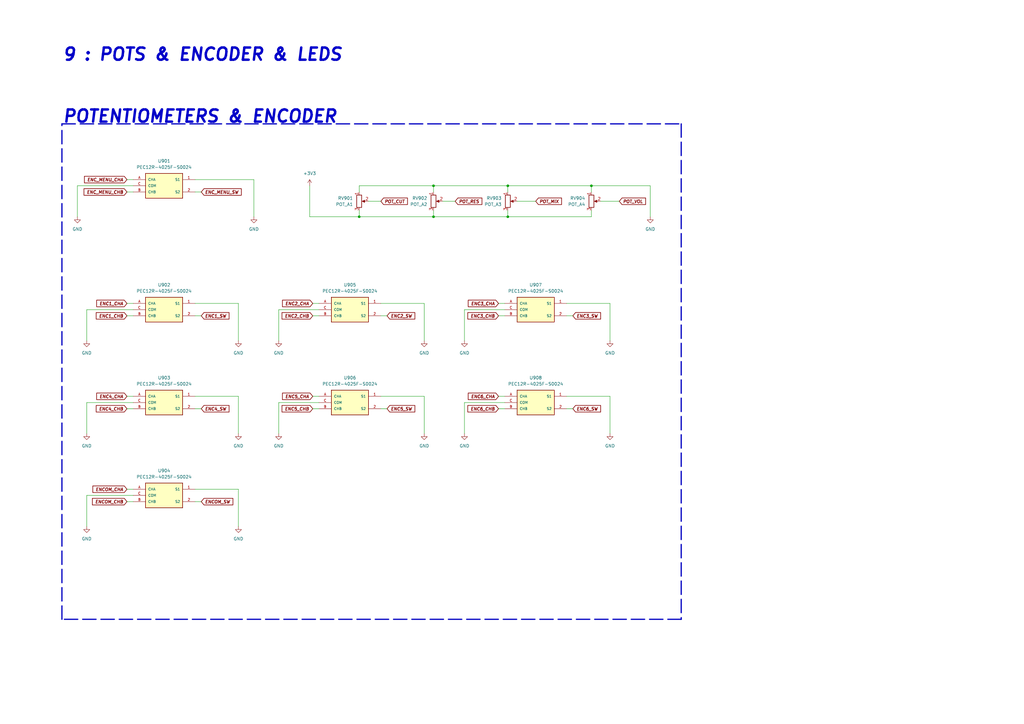
<source format=kicad_sch>
(kicad_sch (version 20211123) (generator eeschema)
  (paper "A3")
  (lib_symbols
    (symbol "MY ENCODER LIBRARY:PEC12R-4025F-S0024" (pin_names (offset 1.016))
      (property "Reference" "U" (at -7.6248 5.3374 0))
      (property "Value" "PEC12R-4025F-S0024" (at -7.1122 -6.8582 0))
      (symbol "PEC12R-4025F-S0024_0_0"
        (rectangle (start -7.62 -5.08) (end 7.62 5.08) (stroke (width 0.254)) (fill (type background)))
        (pin passive line (at 12.7 2.54 180) (length 5.08) (name "S1") (number "1"))
        (pin passive line (at 12.7 -2.54 180) (length 5.08) (name "S2") (number "2"))
        (pin bidirectional line (at -12.7 2.54 0) (length 5.08) (name "CHA") (number "A"))
        (pin bidirectional line (at -12.7 -2.54 0) (length 5.08) (name "CHB") (number "B"))
        (pin bidirectional line (at -12.7 0 0) (length 5.08) (name "COM") (number "C"))
      )
    )
    (symbol "MY POTENTIOMETER LIBRARY:RK09D1130C2P" (pin_names (offset 1.016) hide)
      (property "Reference" "RV" (at -4.445 0 90))
      (property "Value" "RK09D1130C2P" (at -2.54 0 90))
      (symbol "RK09D1130C2P_0_1"
        (polyline (pts (xy 2.54 0) (xy 1.524 0)))
        (polyline (pts (xy 1.143 0) (xy 2.286 0.508) (xy 2.286 -0.508) (xy 1.143 0)) (fill (type outline)))
        (rectangle (start 1.016 2.54) (end -1.016 -2.54) (stroke (width 0.254)))
      )
      (symbol "RK09D1130C2P_1_1"
        (pin passive line (at 0 3.81 270) (length 1.27) (name "1") (number "1"))
        (pin passive line (at 3.81 0 180) (length 1.27) (name "2") (number "2"))
        (pin passive line (at 0 -3.81 90) (length 1.27) (name "3") (number "3"))
      )
    )
    (symbol "power:+3V3" (power) (pin_names (offset 0))
      (property "Value" "+3V3" (at 0 3.556 0))
      (symbol "+3V3_0_1"
        (polyline (pts (xy -0.762 1.27) (xy 0 2.54)))
        (polyline (pts (xy 0 0) (xy 0 2.54)))
        (polyline (pts (xy 0 2.54) (xy 0.762 1.27)))
      )
      (symbol "+3V3_1_1"
        (pin power_in line (at 0 0 90) (length 0) hide (name "+3V3") (number "1"))
      )
    )
    (symbol "power:GND" (power) (pin_names (offset 0))
      (property "Value" "GND" (at 0 -3.81 0))
      (symbol "GND_0_1"
        (polyline (pts (xy 0 0) (xy 0 -1.27) (xy 1.27 -1.27) (xy 0 -2.54) (xy -1.27 -1.27) (xy 0 -1.27)))
      )
      (symbol "GND_1_1"
        (pin power_in line (at 0 0 270) (length 0) hide (name "GND") (number "1"))
      )
    )
  )
  (junction (at 208.28 88.9))
  (junction (at 208.28 76.2))
  (junction (at 147.32 88.9))
  (junction (at 177.8 88.9))
  (junction (at 177.8 76.2))
  (junction (at 242.57 76.2))
  (wire (pts (xy 190.5 127) (xy 190.5 139.7)))
  (wire (pts (xy 190.5 165.1) (xy 190.5 177.8)))
  (wire (pts (xy 127 88.9) (xy 147.32 88.9)))
  (wire (pts (xy 207.01 127) (xy 190.5 127)))
  (wire (pts (xy 177.8 88.9) (xy 208.28 88.9)))
  (wire (pts (xy 97.79 124.46) (xy 97.79 139.7)))
  (wire (pts (xy 242.57 76.2) (xy 242.57 78.74)))
  (wire (pts (xy 80.01 129.54) (xy 82.55 129.54)))
  (wire (pts (xy 130.81 127) (xy 114.3 127)))
  (polyline (pts (xy 279.4 50.8) (xy 279.4 254)) (stroke (width 0.5)))
  (wire (pts (xy 266.7 76.2) (xy 266.7 88.9)))
  (wire (pts (xy 232.41 167.64) (xy 234.95 167.64)))
  (wire (pts (xy 80.01 78.74) (xy 82.55 78.74)))
  (wire (pts (xy 52.07 162.56) (xy 54.61 162.56)))
  (wire (pts (xy 147.32 88.9) (xy 177.8 88.9)))
  (wire (pts (xy 80.01 162.56) (xy 97.79 162.56)))
  (wire (pts (xy 250.19 124.46) (xy 250.19 139.7)))
  (wire (pts (xy 52.07 73.66) (xy 54.61 73.66)))
  (wire (pts (xy 204.47 167.64) (xy 207.01 167.64)))
  (wire (pts (xy 114.3 165.1) (xy 114.3 177.8)))
  (wire (pts (xy 156.21 124.46) (xy 173.99 124.46)))
  (wire (pts (xy 54.61 203.2) (xy 35.56 203.2)))
  (wire (pts (xy 54.61 165.1) (xy 35.56 165.1)))
  (wire (pts (xy 31.75 76.2) (xy 31.75 88.9)))
  (wire (pts (xy 35.56 127) (xy 35.56 139.7)))
  (wire (pts (xy 130.81 165.1) (xy 114.3 165.1)))
  (wire (pts (xy 208.28 86.36) (xy 208.28 88.9)))
  (polyline (pts (xy 25.4 254) (xy 25.4 50.8)) (stroke (width 0.5)))
  (wire (pts (xy 156.21 129.54) (xy 158.75 129.54)))
  (wire (pts (xy 52.07 78.74) (xy 54.61 78.74)))
  (wire (pts (xy 54.61 76.2) (xy 31.75 76.2)))
  (wire (pts (xy 80.01 167.64) (xy 82.55 167.64)))
  (wire (pts (xy 204.47 129.54) (xy 207.01 129.54)))
  (wire (pts (xy 212.09 82.55) (xy 219.71 82.55)))
  (wire (pts (xy 156.21 167.64) (xy 158.75 167.64)))
  (wire (pts (xy 128.27 129.54) (xy 130.81 129.54)))
  (wire (pts (xy 208.28 88.9) (xy 242.57 88.9)))
  (wire (pts (xy 52.07 129.54) (xy 54.61 129.54)))
  (wire (pts (xy 114.3 127) (xy 114.3 139.7)))
  (wire (pts (xy 80.01 73.66) (xy 104.14 73.66)))
  (wire (pts (xy 147.32 76.2) (xy 177.8 76.2)))
  (wire (pts (xy 232.41 124.46) (xy 250.19 124.46)))
  (wire (pts (xy 204.47 162.56) (xy 207.01 162.56)))
  (wire (pts (xy 35.56 203.2) (xy 35.56 215.9)))
  (wire (pts (xy 232.41 162.56) (xy 250.19 162.56)))
  (wire (pts (xy 127 76.2) (xy 127 88.9)))
  (wire (pts (xy 97.79 200.66) (xy 97.79 215.9)))
  (wire (pts (xy 177.8 76.2) (xy 177.8 78.74)))
  (wire (pts (xy 128.27 124.46) (xy 130.81 124.46)))
  (wire (pts (xy 208.28 76.2) (xy 208.28 78.74)))
  (wire (pts (xy 246.38 82.55) (xy 254 82.55)))
  (wire (pts (xy 232.41 129.54) (xy 234.95 129.54)))
  (wire (pts (xy 177.8 86.36) (xy 177.8 88.9)))
  (wire (pts (xy 80.01 124.46) (xy 97.79 124.46)))
  (wire (pts (xy 242.57 86.36) (xy 242.57 88.9)))
  (polyline (pts (xy 25.4 50.8) (xy 279.4 50.8)) (stroke (width 0.5)))
  (wire (pts (xy 52.07 124.46) (xy 54.61 124.46)))
  (wire (pts (xy 147.32 76.2) (xy 147.32 78.74)))
  (wire (pts (xy 52.07 167.64) (xy 54.61 167.64)))
  (wire (pts (xy 151.13 82.55) (xy 156.21 82.55)))
  (wire (pts (xy 128.27 162.56) (xy 130.81 162.56)))
  (wire (pts (xy 80.01 200.66) (xy 97.79 200.66)))
  (wire (pts (xy 52.07 200.66) (xy 54.61 200.66)))
  (wire (pts (xy 97.79 162.56) (xy 97.79 177.8)))
  (wire (pts (xy 156.21 162.56) (xy 173.99 162.56)))
  (wire (pts (xy 147.32 86.36) (xy 147.32 88.9)))
  (wire (pts (xy 104.14 88.9) (xy 104.14 73.66)))
  (wire (pts (xy 250.19 162.56) (xy 250.19 177.8)))
  (wire (pts (xy 80.01 205.74) (xy 82.55 205.74)))
  (wire (pts (xy 177.8 76.2) (xy 208.28 76.2)))
  (wire (pts (xy 207.01 165.1) (xy 190.5 165.1)))
  (wire (pts (xy 52.07 205.74) (xy 54.61 205.74)))
  (wire (pts (xy 208.28 76.2) (xy 242.57 76.2)))
  (wire (pts (xy 242.57 76.2) (xy 266.7 76.2)))
  (wire (pts (xy 204.47 124.46) (xy 207.01 124.46)))
  (wire (pts (xy 173.99 124.46) (xy 173.99 139.7)))
  (wire (pts (xy 128.27 167.64) (xy 130.81 167.64)))
  (wire (pts (xy 173.99 162.56) (xy 173.99 177.8)))
  (polyline (pts (xy 279.4 254) (xy 25.4 254)) (stroke (width 0.5)))
  (wire (pts (xy 54.61 127) (xy 35.56 127)))
  (wire (pts (xy 35.56 165.1) (xy 35.56 177.8)))
  (wire (pts (xy 181.61 82.55) (xy 186.69 82.55)))
  (text "POTENTIOMETERS & ENCODER" (at 25.4 50.8 0) (effects (font (size 5 5) bold italic) (justify left bottom)))
  (text "9 : POTS & ENCODER & LEDS" (at 25.4 25.4 0) (effects (font (size 5 5) bold italic) (justify left bottom)))
  (global_label "ENC5_CHA" (shape input) (at 128.27 162.56 180) (effects (font bold italic)) (property "Intersheet References" "${INTERSHEET_REFS}" (effects hide)))
  (global_label "POT_MIX" (shape input) (at 219.71 82.55 0) (effects (font bold italic)) (property "Intersheet References" "${INTERSHEET_REFS}" (effects hide)))
  (global_label "ENC3_SW" (shape input) (at 234.95 129.54 0) (effects (font bold italic)) (property "Intersheet References" "${INTERSHEET_REFS}" (effects hide)))
  (global_label "ENC4_CHA" (shape input) (at 52.07 162.56 180) (effects (font bold italic)) (property "Intersheet References" "${INTERSHEET_REFS}" (effects hide)))
  (global_label "POT_RES" (shape input) (at 186.69 82.55 0) (effects (font bold italic)) (property "Intersheet References" "${INTERSHEET_REFS}" (effects hide)))
  (global_label "ENC5_CHB" (shape input) (at 128.27 167.64 180) (effects (font bold italic)) (property "Intersheet References" "${INTERSHEET_REFS}" (effects hide)))
  (global_label "ENC4_CHB" (shape input) (at 52.07 167.64 180) (effects (font bold italic)) (property "Intersheet References" "${INTERSHEET_REFS}" (effects hide)))
  (global_label "ENC6_CHB" (shape input) (at 204.47 167.64 180) (effects (font bold italic)) (property "Intersheet References" "${INTERSHEET_REFS}" (effects hide)))
  (global_label "ENC1_CHB" (shape input) (at 52.07 129.54 180) (effects (font bold italic)) (property "Intersheet References" "${INTERSHEET_REFS}" (effects hide)))
  (global_label "POT_VOL" (shape input) (at 254 82.55 0) (effects (font bold italic)) (property "Intersheet References" "${INTERSHEET_REFS}" (effects hide)))
  (global_label "ENCOM_SW" (shape input) (at 82.55 205.74 0) (effects (font bold italic)) (property "Intersheet References" "${INTERSHEET_REFS}" (effects hide)))
  (global_label "ENC2_SW" (shape input) (at 158.75 129.54 0) (effects (font bold italic)) (property "Intersheet References" "${INTERSHEET_REFS}" (effects hide)))
  (global_label "ENCOM_CHA" (shape input) (at 52.07 200.66 180) (effects (font bold italic)) (property "Intersheet References" "${INTERSHEET_REFS}" (effects hide)))
  (global_label "ENC6_CHA" (shape input) (at 204.47 162.56 180) (effects (font bold italic)) (property "Intersheet References" "${INTERSHEET_REFS}" (effects hide)))
  (global_label "ENC1_SW" (shape input) (at 82.55 129.54 0) (effects (font bold italic)) (property "Intersheet References" "${INTERSHEET_REFS}" (effects hide)))
  (global_label "ENC4_SW" (shape input) (at 82.55 167.64 0) (effects (font bold italic)) (property "Intersheet References" "${INTERSHEET_REFS}" (effects hide)))
  (global_label "ENC3_CHB" (shape input) (at 204.47 129.54 180) (effects (font bold italic)) (property "Intersheet References" "${INTERSHEET_REFS}" (effects hide)))
  (global_label "ENC1_CHA" (shape input) (at 52.07 124.46 180) (effects (font bold italic)) (property "Intersheet References" "${INTERSHEET_REFS}" (effects hide)))
  (global_label "ENCOM_CHB" (shape input) (at 52.07 205.74 180) (effects (font bold italic)) (property "Intersheet References" "${INTERSHEET_REFS}" (effects hide)))
  (global_label "ENC_MENU_CHA" (shape input) (at 52.07 73.66 180) (effects (font bold italic)) (property "Intersheet References" "${INTERSHEET_REFS}" (effects hide)))
  (global_label "ENC5_SW" (shape input) (at 158.75 167.64 0) (effects (font bold italic)) (property "Intersheet References" "${INTERSHEET_REFS}" (effects hide)))
  (global_label "ENC_MENU_CHB" (shape input) (at 52.07 78.74 180) (effects (font bold italic)) (property "Intersheet References" "${INTERSHEET_REFS}" (effects hide)))
  (global_label "ENC6_SW" (shape input) (at 234.95 167.64 0) (effects (font bold italic)) (property "Intersheet References" "${INTERSHEET_REFS}" (effects hide)))
  (global_label "ENC2_CHA" (shape input) (at 128.27 124.46 180) (effects (font bold italic)) (property "Intersheet References" "${INTERSHEET_REFS}" (effects hide)))
  (global_label "ENC2_CHB" (shape input) (at 128.27 129.54 180) (effects (font bold italic)) (property "Intersheet References" "${INTERSHEET_REFS}" (effects hide)))
  (global_label "ENC3_CHA" (shape input) (at 204.47 124.46 180) (effects (font bold italic)) (property "Intersheet References" "${INTERSHEET_REFS}" (effects hide)))
  (global_label "ENC_MENU_SW" (shape input) (at 82.55 78.74 0) (effects (font bold italic)) (property "Intersheet References" "${INTERSHEET_REFS}" (effects hide)))
  (global_label "POT_CUT" (shape input) (at 156.21 82.55 0) (effects (font bold italic)) (property "Intersheet References" "${INTERSHEET_REFS}" (effects hide)))
  (symbol (lib_id "power:GND") (at 35.56 215.9 0) (unit 1)
    (property "Reference" "#PWR0904" (effects hide))
    (property "Value" "GND" (at 35.56 220.98 0))
  )
  (symbol (lib_id "power:GND") (at 173.99 177.8 0) (unit 1)
    (property "Reference" "#PWR0913" (effects hide))
    (property "Value" "GND" (at 173.99 182.88 0))
  )
  (symbol (lib_id "MY ENCODER LIBRARY:PEC12R-4025F-S0024") (at 219.71 127 0) (unit 1)
    (property "Reference" "U907" (at 219.71 116.84 0))
    (property "Value" "PEC12R-4025F-S0024" (at 219.71 119.38 0))
    (property "Footprint" "MY ENCODER LIBRARY:ENC_PEC12R-4025F-S0024" (effects hide))
    (property "MANUFACTURER" "BOURNS" (effects hide))
  )
  (symbol (lib_id "MY ENCODER LIBRARY:PEC12R-4025F-S0024") (at 67.31 165.1 0) (unit 1)
    (property "Reference" "U903" (at 67.31 154.94 0))
    (property "Value" "PEC12R-4025F-S0024" (at 67.31 157.48 0))
    (property "Footprint" "MY ENCODER LIBRARY:ENC_PEC12R-4025F-S0024" (effects hide))
    (property "MANUFACTURER" "BOURNS" (effects hide))
  )
  (symbol (lib_id "power:GND") (at 97.79 215.9 0) (unit 1)
    (property "Reference" "#PWR0907" (effects hide))
    (property "Value" "GND" (at 97.79 220.98 0))
  )
  (symbol (lib_id "MY ENCODER LIBRARY:PEC12R-4025F-S0024") (at 143.51 127 0) (unit 1)
    (property "Reference" "U905" (at 143.51 116.84 0))
    (property "Value" "PEC12R-4025F-S0024" (at 143.51 119.38 0))
    (property "Footprint" "MY ENCODER LIBRARY:ENC_PEC12R-4025F-S0024" (effects hide))
    (property "MANUFACTURER" "BOURNS" (effects hide))
  )
  (symbol (lib_id "power:GND") (at 35.56 139.7 0) (unit 1)
    (property "Reference" "#PWR0902" (effects hide))
    (property "Value" "GND" (at 35.56 144.78 0))
  )
  (symbol (lib_id "power:GND") (at 190.5 177.8 0) (unit 1)
    (property "Reference" "#PWR0915" (effects hide))
    (property "Value" "GND" (at 190.5 182.88 0))
  )
  (symbol (lib_id "power:GND") (at 250.19 177.8 0) (unit 1)
    (property "Reference" "#PWR0917" (effects hide))
    (property "Value" "GND" (at 250.19 182.88 0))
  )
  (symbol (lib_id "power:GND") (at 35.56 177.8 0) (unit 1)
    (property "Reference" "#PWR0903" (effects hide))
    (property "Value" "GND" (at 35.56 182.88 0))
  )
  (symbol (lib_id "power:GND") (at 104.14 88.9 0) (unit 1)
    (property "Reference" "#PWR0908" (effects hide))
    (property "Value" "GND" (at 104.14 93.98 0))
  )
  (symbol (lib_id "MY POTENTIOMETER LIBRARY:RK09D1130C2P") (at 242.57 82.55 0) (unit 1)
    (property "Reference" "RV904" (at 240.03 81.2799 0) (effects (justify right)))
    (property "Value" "POT_A4" (at 240.03 83.8199 0) (effects (justify right)))
    (property "Footprint" "MY POTENTIOMETER LIBRARY:RK09D1130C2P" (effects hide))
  )
  (symbol (lib_id "power:GND") (at 190.5 139.7 0) (unit 1)
    (property "Reference" "#PWR0914" (effects hide))
    (property "Value" "GND" (at 190.5 144.78 0))
  )
  (symbol (lib_id "power:GND") (at 266.7 88.9 0) (unit 1)
    (property "Reference" "#PWR0918" (effects hide))
    (property "Value" "GND" (at 266.7 93.98 0))
  )
  (symbol (lib_id "MY ENCODER LIBRARY:PEC12R-4025F-S0024") (at 67.31 76.2 0) (unit 1)
    (property "Reference" "U901" (at 67.31 66.04 0))
    (property "Value" "PEC12R-4025F-S0024" (at 67.31 68.58 0))
    (property "Footprint" "MY ENCODER LIBRARY:ENC_PEC12R-4025F-S0024" (effects hide))
    (property "MANUFACTURER" "BOURNS" (effects hide))
  )
  (symbol (lib_id "MY POTENTIOMETER LIBRARY:RK09D1130C2P") (at 147.32 82.55 0) (unit 1)
    (property "Reference" "RV901" (at 144.78 81.2799 0) (effects (justify right)))
    (property "Value" "POT_A1" (at 144.78 83.8199 0) (effects (justify right)))
    (property "Footprint" "MY POTENTIOMETER LIBRARY:RK09D1130C2P" (effects hide))
  )
  (symbol (lib_id "power:GND") (at 31.75 88.9 0) (unit 1)
    (property "Reference" "#PWR0901" (effects hide))
    (property "Value" "GND" (at 31.75 93.98 0))
  )
  (symbol (lib_id "power:GND") (at 173.99 139.7 0) (unit 1)
    (property "Reference" "#PWR0912" (effects hide))
    (property "Value" "GND" (at 173.99 144.78 0))
  )
  (symbol (lib_id "MY ENCODER LIBRARY:PEC12R-4025F-S0024") (at 67.31 127 0) (unit 1)
    (property "Reference" "U902" (at 67.31 116.84 0))
    (property "Value" "PEC12R-4025F-S0024" (at 67.31 119.38 0))
    (property "Footprint" "MY ENCODER LIBRARY:ENC_PEC12R-4025F-S0024" (effects hide))
    (property "MANUFACTURER" "BOURNS" (effects hide))
  )
  (symbol (lib_id "power:GND") (at 114.3 177.8 0) (unit 1)
    (property "Reference" "#PWR0910" (effects hide))
    (property "Value" "GND" (at 114.3 182.88 0))
  )
  (symbol (lib_id "MY ENCODER LIBRARY:PEC12R-4025F-S0024") (at 143.51 165.1 0) (unit 1)
    (property "Reference" "U906" (at 143.51 154.94 0))
    (property "Value" "PEC12R-4025F-S0024" (at 143.51 157.48 0))
    (property "Footprint" "MY ENCODER LIBRARY:ENC_PEC12R-4025F-S0024" (effects hide))
    (property "MANUFACTURER" "BOURNS" (effects hide))
  )
  (symbol (lib_id "power:GND") (at 97.79 177.8 0) (unit 1)
    (property "Reference" "#PWR0906" (effects hide))
    (property "Value" "GND" (at 97.79 182.88 0))
  )
  (symbol (lib_id "power:GND") (at 97.79 139.7 0) (unit 1)
    (property "Reference" "#PWR0905" (effects hide))
    (property "Value" "GND" (at 97.79 144.78 0))
  )
  (symbol (lib_id "power:GND") (at 250.19 139.7 0) (unit 1)
    (property "Reference" "#PWR0916" (effects hide))
    (property "Value" "GND" (at 250.19 144.78 0))
  )
  (symbol (lib_id "power:GND") (at 114.3 139.7 0) (unit 1)
    (property "Reference" "#PWR0909" (effects hide))
    (property "Value" "GND" (at 114.3 144.78 0))
  )
  (symbol (lib_id "MY ENCODER LIBRARY:PEC12R-4025F-S0024") (at 219.71 165.1 0) (unit 1)
    (property "Reference" "U908" (at 219.71 154.94 0))
    (property "Value" "PEC12R-4025F-S0024" (at 219.71 157.48 0))
    (property "Footprint" "MY ENCODER LIBRARY:ENC_PEC12R-4025F-S0024" (effects hide))
    (property "MANUFACTURER" "BOURNS" (effects hide))
  )
  (symbol (lib_id "MY ENCODER LIBRARY:PEC12R-4025F-S0024") (at 67.31 203.2 0) (unit 1)
    (property "Reference" "U904" (at 67.31 193.04 0))
    (property "Value" "PEC12R-4025F-S0024" (at 67.31 195.58 0))
    (property "Footprint" "MY ENCODER LIBRARY:ENC_PEC12R-4025F-S0024" (effects hide))
    (property "MANUFACTURER" "BOURNS" (effects hide))
  )
  (symbol (lib_id "power:+3V3") (at 127 76.2 0) (unit 1)
    (property "Reference" "#PWR0911" (effects hide))
    (property "Value" "+3V3" (at 127 71.12 0))
  )
  (symbol (lib_id "MY POTENTIOMETER LIBRARY:RK09D1130C2P") (at 208.28 82.55 0) (unit 1)
    (property "Reference" "RV903" (at 205.74 81.2799 0) (effects (justify right)))
    (property "Value" "POT_A3" (at 205.74 83.8199 0) (effects (justify right)))
    (property "Footprint" "MY POTENTIOMETER LIBRARY:RK09D1130C2P" (effects hide))
  )
  (symbol (lib_id "MY POTENTIOMETER LIBRARY:RK09D1130C2P") (at 177.8 82.55 0) (unit 1)
    (property "Reference" "RV902" (at 175.26 81.2799 0) (effects (justify right)))
    (property "Value" "POT_A2" (at 175.26 83.8199 0) (effects (justify right)))
    (property "Footprint" "MY POTENTIOMETER LIBRARY:RK09D1130C2P" (effects hide))
  )
)
</source>
